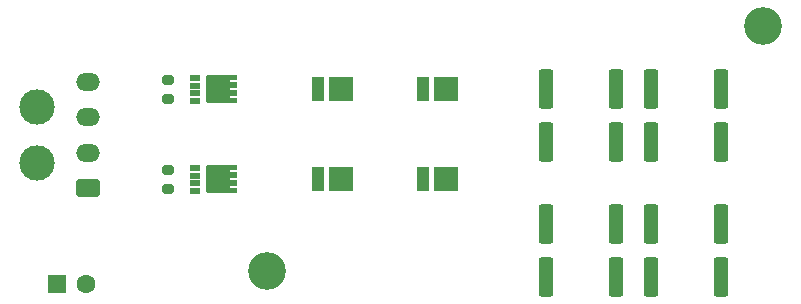
<source format=gts>
%TF.GenerationSoftware,KiCad,Pcbnew,(6.0.5)*%
%TF.CreationDate,2022-06-15T13:59:35+01:00*%
%TF.ProjectId,tsal,7473616c-2e6b-4696-9361-645f70636258,rev?*%
%TF.SameCoordinates,Original*%
%TF.FileFunction,Soldermask,Top*%
%TF.FilePolarity,Negative*%
%FSLAX46Y46*%
G04 Gerber Fmt 4.6, Leading zero omitted, Abs format (unit mm)*
G04 Created by KiCad (PCBNEW (6.0.5)) date 2022-06-15 13:59:35*
%MOMM*%
%LPD*%
G01*
G04 APERTURE LIST*
G04 Aperture macros list*
%AMRoundRect*
0 Rectangle with rounded corners*
0 $1 Rounding radius*
0 $2 $3 $4 $5 $6 $7 $8 $9 X,Y pos of 4 corners*
0 Add a 4 corners polygon primitive as box body*
4,1,4,$2,$3,$4,$5,$6,$7,$8,$9,$2,$3,0*
0 Add four circle primitives for the rounded corners*
1,1,$1+$1,$2,$3*
1,1,$1+$1,$4,$5*
1,1,$1+$1,$6,$7*
1,1,$1+$1,$8,$9*
0 Add four rect primitives between the rounded corners*
20,1,$1+$1,$2,$3,$4,$5,0*
20,1,$1+$1,$4,$5,$6,$7,0*
20,1,$1+$1,$6,$7,$8,$9,0*
20,1,$1+$1,$8,$9,$2,$3,0*%
%AMFreePoly0*
4,1,43,1.580355,1.210355,1.595000,1.175000,1.595000,0.775000,1.580355,0.739645,1.545000,0.725000,0.975000,0.725000,0.975000,0.575000,1.545000,0.575000,1.580355,0.560355,1.595000,0.525000,1.595000,0.125000,1.580355,0.089645,1.545000,0.075000,0.975000,0.075000,0.975000,-0.075000,1.545000,-0.075000,1.580355,-0.089645,1.595000,-0.125000,1.595000,-0.525000,1.580355,-0.560355,
1.545000,-0.575000,0.975000,-0.575000,0.975000,-0.725000,1.545000,-0.725000,1.580355,-0.739645,1.595000,-0.775000,1.595000,-1.175000,1.580355,-1.210355,1.545000,-1.225000,0.925000,-1.225000,0.889645,-1.210355,0.875000,-1.175000,-0.925000,-1.175000,-0.960355,-1.160355,-0.975000,-1.125000,-0.975000,1.125000,-0.960355,1.160355,-0.925000,1.175000,0.875000,1.175000,0.889645,1.210355,
0.925000,1.225000,1.545000,1.225000,1.580355,1.210355,1.580355,1.210355,$1*%
G04 Aperture macros list end*
%ADD10C,3.200000*%
%ADD11RoundRect,0.250000X0.362500X1.425000X-0.362500X1.425000X-0.362500X-1.425000X0.362500X-1.425000X0*%
%ADD12RoundRect,0.050000X-0.415000X-0.200000X0.415000X-0.200000X0.415000X0.200000X-0.415000X0.200000X0*%
%ADD13FreePoly0,0.000000*%
%ADD14C,3.000000*%
%ADD15RoundRect,0.250001X0.759999X-0.499999X0.759999X0.499999X-0.759999X0.499999X-0.759999X-0.499999X0*%
%ADD16O,2.020000X1.500000*%
%ADD17RoundRect,0.200000X0.275000X-0.200000X0.275000X0.200000X-0.275000X0.200000X-0.275000X-0.200000X0*%
%ADD18R,1.000000X2.100000*%
%ADD19R,2.100000X2.100000*%
%ADD20R,1.600000X1.600000*%
%ADD21C,1.600000*%
G04 APERTURE END LIST*
D10*
%TO.C,REF\u002A\u002A*%
X125250000Y-128000000D03*
%TD*%
%TO.C,REF\u002A\u002A*%
X83250000Y-148750000D03*
%TD*%
D11*
%TO.C,R20*%
X121707500Y-133350000D03*
X115782500Y-133350000D03*
%TD*%
D12*
%TO.C,Q1*%
X77205000Y-132375000D03*
X77205000Y-133025000D03*
X77205000Y-133675000D03*
X77205000Y-134325000D03*
D13*
X79145000Y-133350000D03*
%TD*%
D14*
%TO.C,J1*%
X63785000Y-134865000D03*
X63785000Y-139565000D03*
D15*
X68105000Y-141715000D03*
D16*
X68105000Y-138715000D03*
X68105000Y-135715000D03*
X68105000Y-132715000D03*
%TD*%
D17*
%TO.C,R5*%
X74930000Y-141795000D03*
X74930000Y-140145000D03*
%TD*%
D11*
%TO.C,R2*%
X112817500Y-137795000D03*
X106892500Y-137795000D03*
%TD*%
D18*
%TO.C,D9*%
X87565000Y-140970000D03*
D19*
X89515000Y-140970000D03*
%TD*%
D11*
%TO.C,R3*%
X121707500Y-149225000D03*
X115782500Y-149225000D03*
%TD*%
D18*
%TO.C,D3*%
X96455000Y-140970000D03*
D19*
X98405000Y-140970000D03*
%TD*%
D11*
%TO.C,R22*%
X121707500Y-144780000D03*
X115782500Y-144780000D03*
%TD*%
%TO.C,R4*%
X112817500Y-149225000D03*
X106892500Y-149225000D03*
%TD*%
%TO.C,R23*%
X112817500Y-144780000D03*
X106892500Y-144780000D03*
%TD*%
%TO.C,R21*%
X112817500Y-133350000D03*
X106892500Y-133350000D03*
%TD*%
D17*
%TO.C,R6*%
X74930000Y-134175000D03*
X74930000Y-132525000D03*
%TD*%
D11*
%TO.C,R1*%
X121707500Y-137795000D03*
X115782500Y-137795000D03*
%TD*%
D12*
%TO.C,Q2*%
X77205000Y-139995000D03*
X77205000Y-140645000D03*
X77205000Y-141295000D03*
X77205000Y-141945000D03*
D13*
X79145000Y-140970000D03*
%TD*%
D20*
%TO.C,C1*%
X65492621Y-149860000D03*
D21*
X67992621Y-149860000D03*
%TD*%
D18*
%TO.C,D2*%
X87565000Y-133350000D03*
D19*
X89515000Y-133350000D03*
%TD*%
D18*
%TO.C,D6*%
X96455000Y-133350000D03*
D19*
X98405000Y-133350000D03*
%TD*%
M02*

</source>
